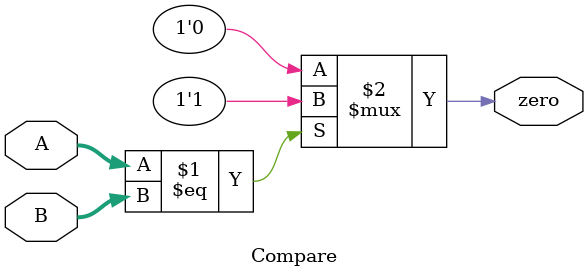
<source format=v>
module Compare #(
    parameter SIZE = 32
) (
    input [(SIZE-1):0] A, B,
    output zero
);

    assign zero = (A==B) ? 1'b1 : 1'b0;
    
endmodule
</source>
